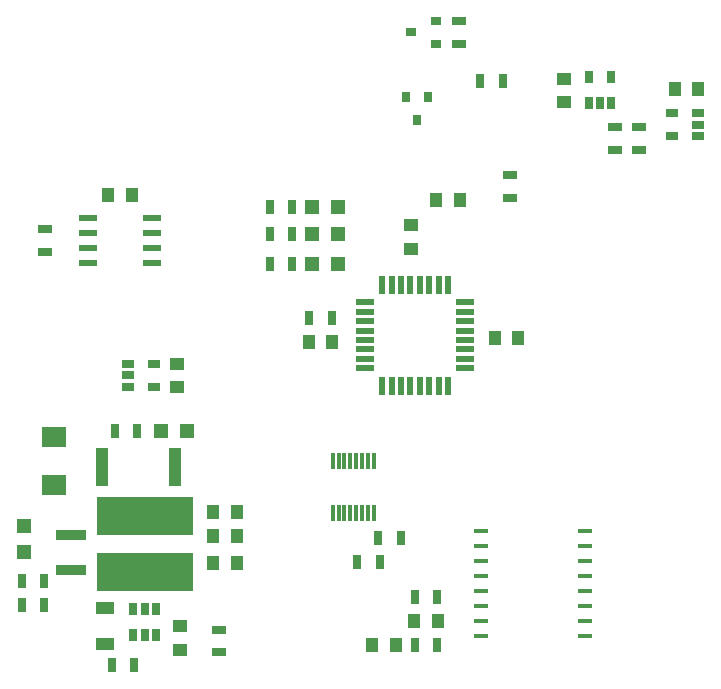
<source format=gtp>
G04 #@! TF.GenerationSoftware,KiCad,Pcbnew,5.0.2-bee76a0~70~ubuntu16.04.1*
G04 #@! TF.CreationDate,2019-03-25T22:48:36-04:00*
G04 #@! TF.ProjectId,BMS_core,424d535f-636f-4726-952e-6b696361645f,rev?*
G04 #@! TF.SameCoordinates,Original*
G04 #@! TF.FileFunction,Paste,Top*
G04 #@! TF.FilePolarity,Positive*
%FSLAX46Y46*%
G04 Gerber Fmt 4.6, Leading zero omitted, Abs format (unit mm)*
G04 Created by KiCad (PCBNEW 5.0.2-bee76a0~70~ubuntu16.04.1) date Mon 25 Mar 2019 10:48:36 PM EDT*
%MOMM*%
%LPD*%
G01*
G04 APERTURE LIST*
%ADD10R,1.600000X0.550000*%
%ADD11R,0.550000X1.600000*%
%ADD12R,1.250000X1.000000*%
%ADD13R,1.000000X1.250000*%
%ADD14R,1.200000X1.200000*%
%ADD15R,2.500000X0.900000*%
%ADD16R,8.200000X3.300000*%
%ADD17R,0.700000X1.300000*%
%ADD18R,0.650000X1.060000*%
%ADD19R,1.600000X1.000000*%
%ADD20R,2.159000X1.778000*%
%ADD21R,1.300000X0.700000*%
%ADD22R,1.200000X0.300000*%
%ADD23R,1.550000X0.600000*%
%ADD24R,1.000000X3.200000*%
%ADD25R,0.800000X0.900000*%
%ADD26R,0.900000X0.800000*%
%ADD27R,0.300000X1.400000*%
%ADD28R,1.060000X0.650000*%
G04 APERTURE END LIST*
D10*
G04 #@! TO.C,IC1*
X88905257Y-81192242D03*
X88905257Y-80392242D03*
X88905257Y-79592242D03*
X88905257Y-78792242D03*
X88905257Y-77992242D03*
X88905257Y-77192242D03*
X88905257Y-76392242D03*
X88905257Y-75592242D03*
D11*
X87455257Y-74142242D03*
X86655257Y-74142242D03*
X85855257Y-74142242D03*
X85055257Y-74142242D03*
X84255257Y-74142242D03*
X83455257Y-74142242D03*
X82655257Y-74142242D03*
X81855257Y-74142242D03*
D10*
X80405257Y-75592242D03*
X80405257Y-76392242D03*
X80405257Y-77192242D03*
X80405257Y-77992242D03*
X80405257Y-78792242D03*
X80405257Y-79592242D03*
X80405257Y-80392242D03*
X80405257Y-81192242D03*
D11*
X81855257Y-82642242D03*
X82655257Y-82642242D03*
X83455257Y-82642242D03*
X84255257Y-82642242D03*
X85055257Y-82642242D03*
X85855257Y-82642242D03*
X86655257Y-82642242D03*
X87455257Y-82642242D03*
G04 #@! TD*
D12*
G04 #@! TO.C,C102*
X64770000Y-103013000D03*
X64770000Y-105013000D03*
G04 #@! TD*
D13*
G04 #@! TO.C,C104*
X67580000Y-95377000D03*
X69580000Y-95377000D03*
G04 #@! TD*
G04 #@! TO.C,C105*
X67580000Y-97663000D03*
X69580000Y-97663000D03*
G04 #@! TD*
D14*
G04 #@! TO.C,D103*
X63162000Y-86487000D03*
X65362000Y-86487000D03*
G04 #@! TD*
D15*
G04 #@! TO.C,F101*
X55479500Y-95329500D03*
X55479500Y-98229500D03*
G04 #@! TD*
D16*
G04 #@! TO.C,L101*
X61785500Y-98425500D03*
X61785500Y-93725500D03*
G04 #@! TD*
D17*
G04 #@! TO.C,R101*
X53274000Y-99187000D03*
X51374000Y-99187000D03*
G04 #@! TD*
G04 #@! TO.C,R102*
X51374000Y-101219000D03*
X53274000Y-101219000D03*
G04 #@! TD*
G04 #@! TO.C,R106*
X59248000Y-86487000D03*
X61148000Y-86487000D03*
G04 #@! TD*
D18*
G04 #@! TO.C,U101*
X62710100Y-101579500D03*
X61760100Y-101579500D03*
X60810100Y-101579500D03*
X60810100Y-103779500D03*
X62710100Y-103779500D03*
X61760100Y-103779500D03*
G04 #@! TD*
D19*
G04 #@! TO.C,C101*
X58420000Y-101497000D03*
X58420000Y-104497000D03*
G04 #@! TD*
D13*
G04 #@! TO.C,C103*
X67580000Y-93345000D03*
X69580000Y-93345000D03*
G04 #@! TD*
D14*
G04 #@! TO.C,D102*
X51562000Y-96731000D03*
X51562000Y-94531000D03*
G04 #@! TD*
D20*
G04 #@! TO.C,D101*
X54102000Y-86995000D03*
X54102000Y-91059000D03*
G04 #@! TD*
D17*
G04 #@! TO.C,R103*
X60894000Y-106299000D03*
X58994000Y-106299000D03*
G04 #@! TD*
D21*
G04 #@! TO.C,R104*
X68072000Y-105217000D03*
X68072000Y-103317000D03*
G04 #@! TD*
D13*
G04 #@! TO.C,C1*
X91402257Y-78582742D03*
X93402257Y-78582742D03*
G04 #@! TD*
G04 #@! TO.C,C2*
X75654257Y-78963742D03*
X77654257Y-78963742D03*
G04 #@! TD*
D12*
G04 #@! TO.C,C3*
X84274257Y-69073742D03*
X84274257Y-71073742D03*
G04 #@! TD*
D13*
G04 #@! TO.C,C4*
X88449257Y-66898742D03*
X86449257Y-66898742D03*
G04 #@! TD*
G04 #@! TO.C,C5*
X60674000Y-66548000D03*
X58674000Y-66548000D03*
G04 #@! TD*
D17*
G04 #@! TO.C,R1*
X75704257Y-76931742D03*
X77604257Y-76931742D03*
G04 #@! TD*
D21*
G04 #@! TO.C,R2*
X92710000Y-64836000D03*
X92710000Y-66736000D03*
G04 #@! TD*
G04 #@! TO.C,R3*
X53340000Y-69408000D03*
X53340000Y-71308000D03*
G04 #@! TD*
D22*
G04 #@! TO.C,T1*
X90260000Y-94996000D03*
X99060000Y-103886000D03*
X99060000Y-102616000D03*
X99060000Y-101346000D03*
X99060000Y-100076000D03*
X99060000Y-98806000D03*
X99060000Y-97536000D03*
X99060000Y-96266000D03*
X99060000Y-94996000D03*
X90260000Y-96266000D03*
X90260000Y-97536000D03*
X90260000Y-98806000D03*
X90260000Y-100076000D03*
X90260000Y-101346000D03*
X90260000Y-102616000D03*
X90260000Y-103886000D03*
G04 #@! TD*
D23*
G04 #@! TO.C,U1*
X62390000Y-72263000D03*
X62390000Y-70993000D03*
X62390000Y-69723000D03*
X62390000Y-68453000D03*
X56990000Y-68453000D03*
X56990000Y-69723000D03*
X56990000Y-70993000D03*
X56990000Y-72263000D03*
G04 #@! TD*
D24*
G04 #@! TO.C,R105*
X58114000Y-89535000D03*
X64314000Y-89535000D03*
G04 #@! TD*
D12*
G04 #@! TO.C,C7*
X97282000Y-58674000D03*
X97282000Y-56674000D03*
G04 #@! TD*
D13*
G04 #@! TO.C,C8*
X83042000Y-104648000D03*
X81042000Y-104648000D03*
G04 #@! TD*
G04 #@! TO.C,C9*
X84598000Y-102616000D03*
X86598000Y-102616000D03*
G04 #@! TD*
G04 #@! TO.C,C10*
X106617570Y-57497448D03*
X108617570Y-57497448D03*
G04 #@! TD*
D14*
G04 #@! TO.C,D1*
X78135257Y-67533742D03*
X75935257Y-67533742D03*
G04 #@! TD*
G04 #@! TO.C,D2*
X75935257Y-69794976D03*
X78135257Y-69794976D03*
G04 #@! TD*
G04 #@! TO.C,D3*
X78135257Y-72359742D03*
X75935257Y-72359742D03*
G04 #@! TD*
D25*
G04 #@! TO.C,D4*
X85786000Y-58182000D03*
X83886000Y-58182000D03*
X84836000Y-60182000D03*
G04 #@! TD*
D26*
G04 #@! TO.C,Q1*
X86394147Y-53699166D03*
X86394147Y-51799166D03*
X84294147Y-52749166D03*
G04 #@! TD*
D17*
G04 #@! TO.C,R4*
X72325928Y-67508976D03*
X74225928Y-67508976D03*
G04 #@! TD*
G04 #@! TO.C,R5*
X74225928Y-69794976D03*
X72325928Y-69794976D03*
G04 #@! TD*
G04 #@! TO.C,R6*
X74225928Y-72334976D03*
X72325928Y-72334976D03*
G04 #@! TD*
G04 #@! TO.C,R7*
X90170000Y-56896000D03*
X92070000Y-56896000D03*
G04 #@! TD*
G04 #@! TO.C,R8*
X81521511Y-95565383D03*
X83421511Y-95565383D03*
G04 #@! TD*
G04 #@! TO.C,R9*
X81643511Y-97597383D03*
X79743511Y-97597383D03*
G04 #@! TD*
G04 #@! TO.C,R10*
X86548000Y-104648000D03*
X84648000Y-104648000D03*
G04 #@! TD*
G04 #@! TO.C,R11*
X86548000Y-100584000D03*
X84648000Y-100584000D03*
G04 #@! TD*
D21*
G04 #@! TO.C,R12*
X88358147Y-51799166D03*
X88358147Y-53699166D03*
G04 #@! TD*
G04 #@! TO.C,R13*
X101600000Y-62672000D03*
X101600000Y-60772000D03*
G04 #@! TD*
G04 #@! TO.C,R14*
X103632000Y-62672000D03*
X103632000Y-60772000D03*
G04 #@! TD*
D27*
G04 #@! TO.C,U3*
X81173511Y-89047383D03*
X80673511Y-89047383D03*
X80173511Y-89047383D03*
X79673511Y-89047383D03*
X79173511Y-89047383D03*
X79173511Y-93447383D03*
X79673511Y-93447383D03*
X80173511Y-93447383D03*
X80673511Y-93447383D03*
X81173511Y-93447383D03*
X78673511Y-89047383D03*
X78173511Y-89047383D03*
X77673511Y-89047383D03*
X78673511Y-93447383D03*
X78173511Y-93447383D03*
X77673511Y-93447383D03*
G04 #@! TD*
D18*
G04 #@! TO.C,U4*
X99380000Y-58758000D03*
X100330000Y-58758000D03*
X101280000Y-58758000D03*
X101280000Y-56558000D03*
X99380000Y-56558000D03*
G04 #@! TD*
D28*
G04 #@! TO.C,U5*
X106390570Y-61495448D03*
X106390570Y-59595448D03*
X108590570Y-59595448D03*
X108590570Y-60545448D03*
X108590570Y-61495448D03*
G04 #@! TD*
G04 #@! TO.C,U2*
X60368000Y-80838000D03*
X60368000Y-81788000D03*
X60368000Y-82738000D03*
X62568000Y-82738000D03*
X62568000Y-80838000D03*
G04 #@! TD*
D12*
G04 #@! TO.C,C6*
X64516000Y-82788000D03*
X64516000Y-80788000D03*
G04 #@! TD*
M02*

</source>
